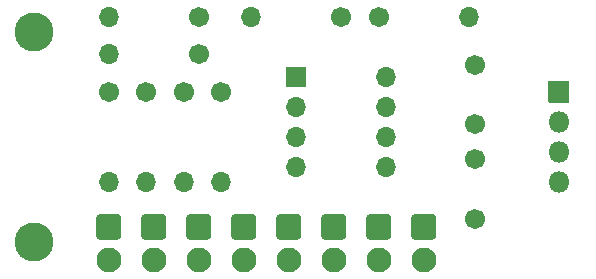
<source format=gbs>
%TF.GenerationSoftware,KiCad,Pcbnew,(5.1.8-0-10_14)*%
%TF.CreationDate,2021-01-31T16:12:45+00:00*%
%TF.ProjectId,dc-mixer,64632d6d-6978-4657-922e-6b696361645f,rev?*%
%TF.SameCoordinates,Original*%
%TF.FileFunction,Soldermask,Bot*%
%TF.FilePolarity,Negative*%
%FSLAX46Y46*%
G04 Gerber Fmt 4.6, Leading zero omitted, Abs format (unit mm)*
G04 Created by KiCad (PCBNEW (5.1.8-0-10_14)) date 2021-01-31 16:12:45*
%MOMM*%
%LPD*%
G01*
G04 APERTURE LIST*
%ADD10C,3.301600*%
%ADD11C,1.701600*%
%ADD12C,2.101600*%
%ADD13O,1.801600X1.801600*%
%ADD14O,1.701600X1.701600*%
G04 APERTURE END LIST*
D10*
%TO.C,REF\u002A\u002A*%
X105410000Y-123190000D03*
%TD*%
%TO.C,REF\u002A\u002A*%
X105410000Y-105410000D03*
%TD*%
D11*
%TO.C,C1*%
X142748000Y-113204000D03*
X142748000Y-108204000D03*
%TD*%
%TO.C,C2*%
X142748000Y-116205000D03*
X142748000Y-121205000D03*
%TD*%
%TO.C,J1*%
G36*
G01*
X110693200Y-122720100D02*
X110693200Y-121119900D01*
G75*
G02*
X110959900Y-120853200I266700J0D01*
G01*
X112560100Y-120853200D01*
G75*
G02*
X112826800Y-121119900I0J-266700D01*
G01*
X112826800Y-122720100D01*
G75*
G02*
X112560100Y-122986800I-266700J0D01*
G01*
X110959900Y-122986800D01*
G75*
G02*
X110693200Y-122720100I0J266700D01*
G01*
G37*
D12*
X111760000Y-124714000D03*
%TD*%
%TO.C,J2*%
X115570000Y-124714000D03*
G36*
G01*
X114503200Y-122720100D02*
X114503200Y-121119900D01*
G75*
G02*
X114769900Y-120853200I266700J0D01*
G01*
X116370100Y-120853200D01*
G75*
G02*
X116636800Y-121119900I0J-266700D01*
G01*
X116636800Y-122720100D01*
G75*
G02*
X116370100Y-122986800I-266700J0D01*
G01*
X114769900Y-122986800D01*
G75*
G02*
X114503200Y-122720100I0J266700D01*
G01*
G37*
%TD*%
%TO.C,J3*%
G36*
G01*
X118313200Y-122720100D02*
X118313200Y-121119900D01*
G75*
G02*
X118579900Y-120853200I266700J0D01*
G01*
X120180100Y-120853200D01*
G75*
G02*
X120446800Y-121119900I0J-266700D01*
G01*
X120446800Y-122720100D01*
G75*
G02*
X120180100Y-122986800I-266700J0D01*
G01*
X118579900Y-122986800D01*
G75*
G02*
X118313200Y-122720100I0J266700D01*
G01*
G37*
X119380000Y-124714000D03*
%TD*%
%TO.C,J4*%
X123190000Y-124714000D03*
G36*
G01*
X122123200Y-122720100D02*
X122123200Y-121119900D01*
G75*
G02*
X122389900Y-120853200I266700J0D01*
G01*
X123990100Y-120853200D01*
G75*
G02*
X124256800Y-121119900I0J-266700D01*
G01*
X124256800Y-122720100D01*
G75*
G02*
X123990100Y-122986800I-266700J0D01*
G01*
X122389900Y-122986800D01*
G75*
G02*
X122123200Y-122720100I0J266700D01*
G01*
G37*
%TD*%
%TO.C,J5*%
X130810000Y-124714000D03*
G36*
G01*
X129743200Y-122720100D02*
X129743200Y-121119900D01*
G75*
G02*
X130009900Y-120853200I266700J0D01*
G01*
X131610100Y-120853200D01*
G75*
G02*
X131876800Y-121119900I0J-266700D01*
G01*
X131876800Y-122720100D01*
G75*
G02*
X131610100Y-122986800I-266700J0D01*
G01*
X130009900Y-122986800D01*
G75*
G02*
X129743200Y-122720100I0J266700D01*
G01*
G37*
%TD*%
%TO.C,J6*%
G36*
G01*
X133553200Y-122720100D02*
X133553200Y-121119900D01*
G75*
G02*
X133819900Y-120853200I266700J0D01*
G01*
X135420100Y-120853200D01*
G75*
G02*
X135686800Y-121119900I0J-266700D01*
G01*
X135686800Y-122720100D01*
G75*
G02*
X135420100Y-122986800I-266700J0D01*
G01*
X133819900Y-122986800D01*
G75*
G02*
X133553200Y-122720100I0J266700D01*
G01*
G37*
X134620000Y-124714000D03*
%TD*%
%TO.C,OUT*%
G36*
G01*
X137363200Y-122720100D02*
X137363200Y-121119900D01*
G75*
G02*
X137629900Y-120853200I266700J0D01*
G01*
X139230100Y-120853200D01*
G75*
G02*
X139496800Y-121119900I0J-266700D01*
G01*
X139496800Y-122720100D01*
G75*
G02*
X139230100Y-122986800I-266700J0D01*
G01*
X137629900Y-122986800D01*
G75*
G02*
X137363200Y-122720100I0J266700D01*
G01*
G37*
X138430000Y-124714000D03*
%TD*%
%TO.C,J8*%
G36*
G01*
X148959200Y-111340000D02*
X148959200Y-109640000D01*
G75*
G02*
X149010000Y-109589200I50800J0D01*
G01*
X150710000Y-109589200D01*
G75*
G02*
X150760800Y-109640000I0J-50800D01*
G01*
X150760800Y-111340000D01*
G75*
G02*
X150710000Y-111390800I-50800J0D01*
G01*
X149010000Y-111390800D01*
G75*
G02*
X148959200Y-111340000I0J50800D01*
G01*
G37*
D13*
X149860000Y-113030000D03*
X149860000Y-115570000D03*
X149860000Y-118110000D03*
%TD*%
D12*
%TO.C,GND*%
X127000000Y-124714000D03*
G36*
G01*
X125933200Y-122720100D02*
X125933200Y-121119900D01*
G75*
G02*
X126199900Y-120853200I266700J0D01*
G01*
X127800100Y-120853200D01*
G75*
G02*
X128066800Y-121119900I0J-266700D01*
G01*
X128066800Y-122720100D01*
G75*
G02*
X127800100Y-122986800I-266700J0D01*
G01*
X126199900Y-122986800D01*
G75*
G02*
X125933200Y-122720100I0J266700D01*
G01*
G37*
%TD*%
D11*
%TO.C,R1*%
X111760000Y-110490000D03*
D14*
X111760000Y-118110000D03*
%TD*%
%TO.C,R2*%
X114935000Y-118110000D03*
D11*
X114935000Y-110490000D03*
%TD*%
%TO.C,R3*%
X118110000Y-110490000D03*
D14*
X118110000Y-118110000D03*
%TD*%
%TO.C,R4*%
X121285000Y-118110000D03*
D11*
X121285000Y-110490000D03*
%TD*%
%TO.C,R5*%
X119380000Y-107315000D03*
D14*
X111760000Y-107315000D03*
%TD*%
%TO.C,R6*%
X111760000Y-104140000D03*
D11*
X119380000Y-104140000D03*
%TD*%
%TO.C,R7*%
X131445000Y-104140000D03*
D14*
X123825000Y-104140000D03*
%TD*%
D11*
%TO.C,R8*%
X134620000Y-104140000D03*
D14*
X142240000Y-104140000D03*
%TD*%
%TO.C,U1*%
G36*
G01*
X126784200Y-110020000D02*
X126784200Y-108420000D01*
G75*
G02*
X126835000Y-108369200I50800J0D01*
G01*
X128435000Y-108369200D01*
G75*
G02*
X128485800Y-108420000I0J-50800D01*
G01*
X128485800Y-110020000D01*
G75*
G02*
X128435000Y-110070800I-50800J0D01*
G01*
X126835000Y-110070800D01*
G75*
G02*
X126784200Y-110020000I0J50800D01*
G01*
G37*
X135255000Y-116840000D03*
X127635000Y-111760000D03*
X135255000Y-114300000D03*
X127635000Y-114300000D03*
X135255000Y-111760000D03*
X127635000Y-116840000D03*
X135255000Y-109220000D03*
%TD*%
M02*

</source>
